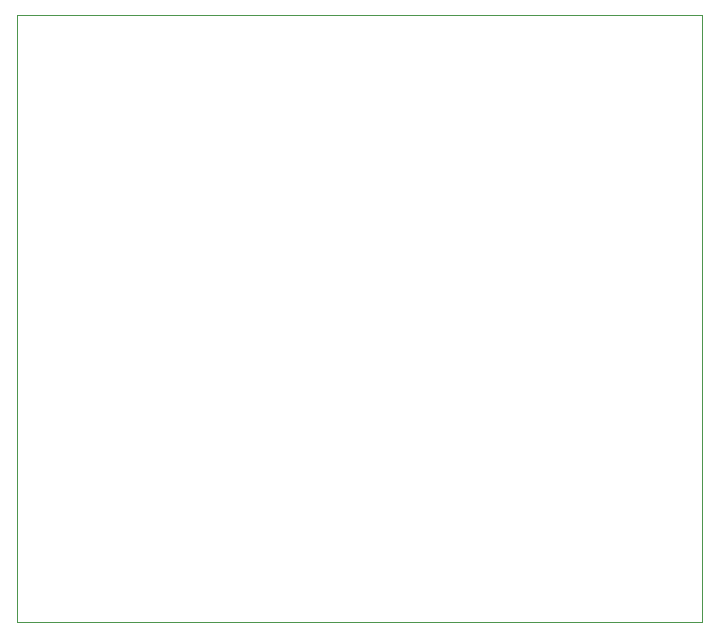
<source format=gbr>
%TF.GenerationSoftware,Altium Limited,Altium Designer,23.5.1 (21)*%
G04 Layer_Color=0*
%FSLAX45Y45*%
%MOMM*%
%TF.SameCoordinates,251D8D79-0CC1-4DB5-8A6B-B6CDDAA58204*%
%TF.FilePolarity,Positive*%
%TF.FileFunction,Profile,NP*%
%TF.Part,Single*%
G01*
G75*
%TA.AperFunction,Profile*%
%ADD68C,0.02540*%
D68*
X0Y0D02*
Y5132500D01*
X5800000D01*
X5800000Y0D01*
X0D01*
%TF.MD5,71eba75a0135e564824388150e402871*%
M02*

</source>
